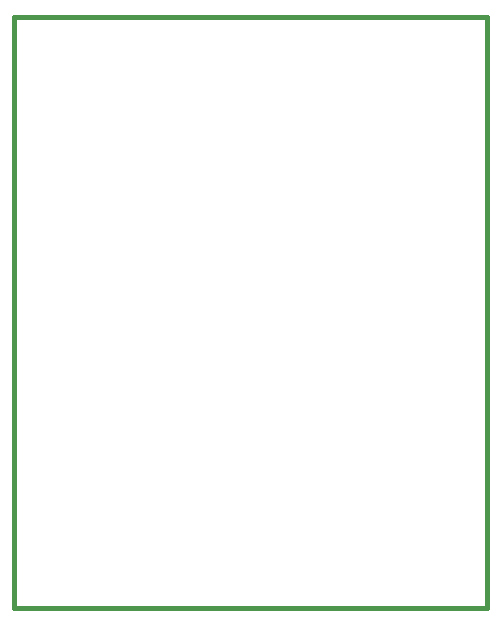
<source format=gm1>
G04 #@! TF.FileFunction,Profile,NP*
%FSLAX46Y46*%
G04 Gerber Fmt 4.6, Leading zero omitted, Abs format (unit mm)*
G04 Created by KiCad (PCBNEW 4.0.7) date 02/11/18 23:28:48*
%MOMM*%
%LPD*%
G01*
G04 APERTURE LIST*
%ADD10C,0.100000*%
%ADD11C,0.381000*%
G04 APERTURE END LIST*
D10*
D11*
X137160000Y-144780000D02*
X177159920Y-144780000D01*
X177159920Y-144780000D02*
X177159920Y-94780100D01*
X177159920Y-94780100D02*
X137160000Y-94780100D01*
X137160000Y-94780100D02*
X137160000Y-144780000D01*
M02*

</source>
